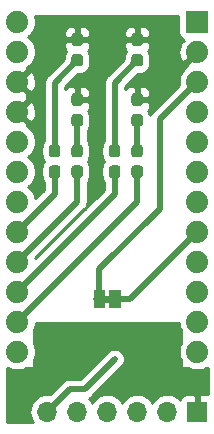
<source format=gtl>
G04 #@! TF.GenerationSoftware,KiCad,Pcbnew,(5.1.4)-1*
G04 #@! TF.CreationDate,2019-12-18T21:33:11+01:00*
G04 #@! TF.ProjectId,ser,7365722e-6b69-4636-9164-5f7063625858,rev?*
G04 #@! TF.SameCoordinates,Original*
G04 #@! TF.FileFunction,Copper,L1,Top*
G04 #@! TF.FilePolarity,Positive*
%FSLAX46Y46*%
G04 Gerber Fmt 4.6, Leading zero omitted, Abs format (unit mm)*
G04 Created by KiCad (PCBNEW (5.1.4)-1) date 2019-12-18 21:33:11*
%MOMM*%
%LPD*%
G04 APERTURE LIST*
%ADD10R,1.879600X1.879600*%
%ADD11C,1.879600*%
%ADD12C,1.000000*%
%ADD13C,0.100000*%
%ADD14R,1.000000X1.500000*%
%ADD15R,1.700000X1.700000*%
%ADD16O,1.700000X1.700000*%
%ADD17C,0.950000*%
%ADD18C,0.400000*%
%ADD19C,0.508000*%
%ADD20C,0.254000*%
G04 APERTURE END LIST*
D10*
X146583400Y-86360000D03*
D11*
X146583400Y-88900000D03*
X146583400Y-91440000D03*
X146583400Y-93980000D03*
X146583400Y-96520000D03*
X146583400Y-99060000D03*
X146583400Y-101600000D03*
X146583400Y-104140000D03*
X146583400Y-106680000D03*
X146583400Y-109220000D03*
X146583400Y-111760000D03*
X146583400Y-114300000D03*
X131343400Y-114300000D03*
X131343400Y-111760000D03*
X131343400Y-109220000D03*
X131343400Y-106680000D03*
X131343400Y-104140000D03*
X131343400Y-101600000D03*
X131343400Y-99060000D03*
X131343400Y-96520000D03*
X131343400Y-93980000D03*
X131343400Y-91440000D03*
X131343400Y-88900000D03*
X131343400Y-86360000D03*
D12*
X138313400Y-109855000D03*
D13*
G36*
X138813400Y-109555000D02*
G01*
X139213400Y-109555000D01*
X139213400Y-110155000D01*
X138813400Y-110155000D01*
X138813400Y-110605000D01*
X137813400Y-110605000D01*
X137813400Y-109105000D01*
X138813400Y-109105000D01*
X138813400Y-109555000D01*
X138813400Y-109555000D01*
G37*
D14*
X139613400Y-109855000D03*
D15*
X146583400Y-119380000D03*
D16*
X144043400Y-119380000D03*
X141503400Y-119380000D03*
X138963400Y-119380000D03*
X136423400Y-119380000D03*
X133883400Y-119380000D03*
D13*
G36*
X141764179Y-94178644D02*
G01*
X141787234Y-94182063D01*
X141809843Y-94187727D01*
X141831787Y-94195579D01*
X141852857Y-94205544D01*
X141872848Y-94217526D01*
X141891568Y-94231410D01*
X141908838Y-94247062D01*
X141924490Y-94264332D01*
X141938374Y-94283052D01*
X141950356Y-94303043D01*
X141960321Y-94324113D01*
X141968173Y-94346057D01*
X141973837Y-94368666D01*
X141977256Y-94391721D01*
X141978400Y-94415000D01*
X141978400Y-94990000D01*
X141977256Y-95013279D01*
X141973837Y-95036334D01*
X141968173Y-95058943D01*
X141960321Y-95080887D01*
X141950356Y-95101957D01*
X141938374Y-95121948D01*
X141924490Y-95140668D01*
X141908838Y-95157938D01*
X141891568Y-95173590D01*
X141872848Y-95187474D01*
X141852857Y-95199456D01*
X141831787Y-95209421D01*
X141809843Y-95217273D01*
X141787234Y-95222937D01*
X141764179Y-95226356D01*
X141740900Y-95227500D01*
X141265900Y-95227500D01*
X141242621Y-95226356D01*
X141219566Y-95222937D01*
X141196957Y-95217273D01*
X141175013Y-95209421D01*
X141153943Y-95199456D01*
X141133952Y-95187474D01*
X141115232Y-95173590D01*
X141097962Y-95157938D01*
X141082310Y-95140668D01*
X141068426Y-95121948D01*
X141056444Y-95101957D01*
X141046479Y-95080887D01*
X141038627Y-95058943D01*
X141032963Y-95036334D01*
X141029544Y-95013279D01*
X141028400Y-94990000D01*
X141028400Y-94415000D01*
X141029544Y-94391721D01*
X141032963Y-94368666D01*
X141038627Y-94346057D01*
X141046479Y-94324113D01*
X141056444Y-94303043D01*
X141068426Y-94283052D01*
X141082310Y-94264332D01*
X141097962Y-94247062D01*
X141115232Y-94231410D01*
X141133952Y-94217526D01*
X141153943Y-94205544D01*
X141175013Y-94195579D01*
X141196957Y-94187727D01*
X141219566Y-94182063D01*
X141242621Y-94178644D01*
X141265900Y-94177500D01*
X141740900Y-94177500D01*
X141764179Y-94178644D01*
X141764179Y-94178644D01*
G37*
D17*
X141503400Y-94702500D03*
D13*
G36*
X141764179Y-92428644D02*
G01*
X141787234Y-92432063D01*
X141809843Y-92437727D01*
X141831787Y-92445579D01*
X141852857Y-92455544D01*
X141872848Y-92467526D01*
X141891568Y-92481410D01*
X141908838Y-92497062D01*
X141924490Y-92514332D01*
X141938374Y-92533052D01*
X141950356Y-92553043D01*
X141960321Y-92574113D01*
X141968173Y-92596057D01*
X141973837Y-92618666D01*
X141977256Y-92641721D01*
X141978400Y-92665000D01*
X141978400Y-93240000D01*
X141977256Y-93263279D01*
X141973837Y-93286334D01*
X141968173Y-93308943D01*
X141960321Y-93330887D01*
X141950356Y-93351957D01*
X141938374Y-93371948D01*
X141924490Y-93390668D01*
X141908838Y-93407938D01*
X141891568Y-93423590D01*
X141872848Y-93437474D01*
X141852857Y-93449456D01*
X141831787Y-93459421D01*
X141809843Y-93467273D01*
X141787234Y-93472937D01*
X141764179Y-93476356D01*
X141740900Y-93477500D01*
X141265900Y-93477500D01*
X141242621Y-93476356D01*
X141219566Y-93472937D01*
X141196957Y-93467273D01*
X141175013Y-93459421D01*
X141153943Y-93449456D01*
X141133952Y-93437474D01*
X141115232Y-93423590D01*
X141097962Y-93407938D01*
X141082310Y-93390668D01*
X141068426Y-93371948D01*
X141056444Y-93351957D01*
X141046479Y-93330887D01*
X141038627Y-93308943D01*
X141032963Y-93286334D01*
X141029544Y-93263279D01*
X141028400Y-93240000D01*
X141028400Y-92665000D01*
X141029544Y-92641721D01*
X141032963Y-92618666D01*
X141038627Y-92596057D01*
X141046479Y-92574113D01*
X141056444Y-92553043D01*
X141068426Y-92533052D01*
X141082310Y-92514332D01*
X141097962Y-92497062D01*
X141115232Y-92481410D01*
X141133952Y-92467526D01*
X141153943Y-92455544D01*
X141175013Y-92445579D01*
X141196957Y-92437727D01*
X141219566Y-92432063D01*
X141242621Y-92428644D01*
X141265900Y-92427500D01*
X141740900Y-92427500D01*
X141764179Y-92428644D01*
X141764179Y-92428644D01*
G37*
D17*
X141503400Y-92952500D03*
D13*
G36*
X141764179Y-87348644D02*
G01*
X141787234Y-87352063D01*
X141809843Y-87357727D01*
X141831787Y-87365579D01*
X141852857Y-87375544D01*
X141872848Y-87387526D01*
X141891568Y-87401410D01*
X141908838Y-87417062D01*
X141924490Y-87434332D01*
X141938374Y-87453052D01*
X141950356Y-87473043D01*
X141960321Y-87494113D01*
X141968173Y-87516057D01*
X141973837Y-87538666D01*
X141977256Y-87561721D01*
X141978400Y-87585000D01*
X141978400Y-88160000D01*
X141977256Y-88183279D01*
X141973837Y-88206334D01*
X141968173Y-88228943D01*
X141960321Y-88250887D01*
X141950356Y-88271957D01*
X141938374Y-88291948D01*
X141924490Y-88310668D01*
X141908838Y-88327938D01*
X141891568Y-88343590D01*
X141872848Y-88357474D01*
X141852857Y-88369456D01*
X141831787Y-88379421D01*
X141809843Y-88387273D01*
X141787234Y-88392937D01*
X141764179Y-88396356D01*
X141740900Y-88397500D01*
X141265900Y-88397500D01*
X141242621Y-88396356D01*
X141219566Y-88392937D01*
X141196957Y-88387273D01*
X141175013Y-88379421D01*
X141153943Y-88369456D01*
X141133952Y-88357474D01*
X141115232Y-88343590D01*
X141097962Y-88327938D01*
X141082310Y-88310668D01*
X141068426Y-88291948D01*
X141056444Y-88271957D01*
X141046479Y-88250887D01*
X141038627Y-88228943D01*
X141032963Y-88206334D01*
X141029544Y-88183279D01*
X141028400Y-88160000D01*
X141028400Y-87585000D01*
X141029544Y-87561721D01*
X141032963Y-87538666D01*
X141038627Y-87516057D01*
X141046479Y-87494113D01*
X141056444Y-87473043D01*
X141068426Y-87453052D01*
X141082310Y-87434332D01*
X141097962Y-87417062D01*
X141115232Y-87401410D01*
X141133952Y-87387526D01*
X141153943Y-87375544D01*
X141175013Y-87365579D01*
X141196957Y-87357727D01*
X141219566Y-87352063D01*
X141242621Y-87348644D01*
X141265900Y-87347500D01*
X141740900Y-87347500D01*
X141764179Y-87348644D01*
X141764179Y-87348644D01*
G37*
D17*
X141503400Y-87872500D03*
D13*
G36*
X141764179Y-89098644D02*
G01*
X141787234Y-89102063D01*
X141809843Y-89107727D01*
X141831787Y-89115579D01*
X141852857Y-89125544D01*
X141872848Y-89137526D01*
X141891568Y-89151410D01*
X141908838Y-89167062D01*
X141924490Y-89184332D01*
X141938374Y-89203052D01*
X141950356Y-89223043D01*
X141960321Y-89244113D01*
X141968173Y-89266057D01*
X141973837Y-89288666D01*
X141977256Y-89311721D01*
X141978400Y-89335000D01*
X141978400Y-89910000D01*
X141977256Y-89933279D01*
X141973837Y-89956334D01*
X141968173Y-89978943D01*
X141960321Y-90000887D01*
X141950356Y-90021957D01*
X141938374Y-90041948D01*
X141924490Y-90060668D01*
X141908838Y-90077938D01*
X141891568Y-90093590D01*
X141872848Y-90107474D01*
X141852857Y-90119456D01*
X141831787Y-90129421D01*
X141809843Y-90137273D01*
X141787234Y-90142937D01*
X141764179Y-90146356D01*
X141740900Y-90147500D01*
X141265900Y-90147500D01*
X141242621Y-90146356D01*
X141219566Y-90142937D01*
X141196957Y-90137273D01*
X141175013Y-90129421D01*
X141153943Y-90119456D01*
X141133952Y-90107474D01*
X141115232Y-90093590D01*
X141097962Y-90077938D01*
X141082310Y-90060668D01*
X141068426Y-90041948D01*
X141056444Y-90021957D01*
X141046479Y-90000887D01*
X141038627Y-89978943D01*
X141032963Y-89956334D01*
X141029544Y-89933279D01*
X141028400Y-89910000D01*
X141028400Y-89335000D01*
X141029544Y-89311721D01*
X141032963Y-89288666D01*
X141038627Y-89266057D01*
X141046479Y-89244113D01*
X141056444Y-89223043D01*
X141068426Y-89203052D01*
X141082310Y-89184332D01*
X141097962Y-89167062D01*
X141115232Y-89151410D01*
X141133952Y-89137526D01*
X141153943Y-89125544D01*
X141175013Y-89115579D01*
X141196957Y-89107727D01*
X141219566Y-89102063D01*
X141242621Y-89098644D01*
X141265900Y-89097500D01*
X141740900Y-89097500D01*
X141764179Y-89098644D01*
X141764179Y-89098644D01*
G37*
D17*
X141503400Y-89622500D03*
D13*
G36*
X136684179Y-94178644D02*
G01*
X136707234Y-94182063D01*
X136729843Y-94187727D01*
X136751787Y-94195579D01*
X136772857Y-94205544D01*
X136792848Y-94217526D01*
X136811568Y-94231410D01*
X136828838Y-94247062D01*
X136844490Y-94264332D01*
X136858374Y-94283052D01*
X136870356Y-94303043D01*
X136880321Y-94324113D01*
X136888173Y-94346057D01*
X136893837Y-94368666D01*
X136897256Y-94391721D01*
X136898400Y-94415000D01*
X136898400Y-94990000D01*
X136897256Y-95013279D01*
X136893837Y-95036334D01*
X136888173Y-95058943D01*
X136880321Y-95080887D01*
X136870356Y-95101957D01*
X136858374Y-95121948D01*
X136844490Y-95140668D01*
X136828838Y-95157938D01*
X136811568Y-95173590D01*
X136792848Y-95187474D01*
X136772857Y-95199456D01*
X136751787Y-95209421D01*
X136729843Y-95217273D01*
X136707234Y-95222937D01*
X136684179Y-95226356D01*
X136660900Y-95227500D01*
X136185900Y-95227500D01*
X136162621Y-95226356D01*
X136139566Y-95222937D01*
X136116957Y-95217273D01*
X136095013Y-95209421D01*
X136073943Y-95199456D01*
X136053952Y-95187474D01*
X136035232Y-95173590D01*
X136017962Y-95157938D01*
X136002310Y-95140668D01*
X135988426Y-95121948D01*
X135976444Y-95101957D01*
X135966479Y-95080887D01*
X135958627Y-95058943D01*
X135952963Y-95036334D01*
X135949544Y-95013279D01*
X135948400Y-94990000D01*
X135948400Y-94415000D01*
X135949544Y-94391721D01*
X135952963Y-94368666D01*
X135958627Y-94346057D01*
X135966479Y-94324113D01*
X135976444Y-94303043D01*
X135988426Y-94283052D01*
X136002310Y-94264332D01*
X136017962Y-94247062D01*
X136035232Y-94231410D01*
X136053952Y-94217526D01*
X136073943Y-94205544D01*
X136095013Y-94195579D01*
X136116957Y-94187727D01*
X136139566Y-94182063D01*
X136162621Y-94178644D01*
X136185900Y-94177500D01*
X136660900Y-94177500D01*
X136684179Y-94178644D01*
X136684179Y-94178644D01*
G37*
D17*
X136423400Y-94702500D03*
D13*
G36*
X136684179Y-92428644D02*
G01*
X136707234Y-92432063D01*
X136729843Y-92437727D01*
X136751787Y-92445579D01*
X136772857Y-92455544D01*
X136792848Y-92467526D01*
X136811568Y-92481410D01*
X136828838Y-92497062D01*
X136844490Y-92514332D01*
X136858374Y-92533052D01*
X136870356Y-92553043D01*
X136880321Y-92574113D01*
X136888173Y-92596057D01*
X136893837Y-92618666D01*
X136897256Y-92641721D01*
X136898400Y-92665000D01*
X136898400Y-93240000D01*
X136897256Y-93263279D01*
X136893837Y-93286334D01*
X136888173Y-93308943D01*
X136880321Y-93330887D01*
X136870356Y-93351957D01*
X136858374Y-93371948D01*
X136844490Y-93390668D01*
X136828838Y-93407938D01*
X136811568Y-93423590D01*
X136792848Y-93437474D01*
X136772857Y-93449456D01*
X136751787Y-93459421D01*
X136729843Y-93467273D01*
X136707234Y-93472937D01*
X136684179Y-93476356D01*
X136660900Y-93477500D01*
X136185900Y-93477500D01*
X136162621Y-93476356D01*
X136139566Y-93472937D01*
X136116957Y-93467273D01*
X136095013Y-93459421D01*
X136073943Y-93449456D01*
X136053952Y-93437474D01*
X136035232Y-93423590D01*
X136017962Y-93407938D01*
X136002310Y-93390668D01*
X135988426Y-93371948D01*
X135976444Y-93351957D01*
X135966479Y-93330887D01*
X135958627Y-93308943D01*
X135952963Y-93286334D01*
X135949544Y-93263279D01*
X135948400Y-93240000D01*
X135948400Y-92665000D01*
X135949544Y-92641721D01*
X135952963Y-92618666D01*
X135958627Y-92596057D01*
X135966479Y-92574113D01*
X135976444Y-92553043D01*
X135988426Y-92533052D01*
X136002310Y-92514332D01*
X136017962Y-92497062D01*
X136035232Y-92481410D01*
X136053952Y-92467526D01*
X136073943Y-92455544D01*
X136095013Y-92445579D01*
X136116957Y-92437727D01*
X136139566Y-92432063D01*
X136162621Y-92428644D01*
X136185900Y-92427500D01*
X136660900Y-92427500D01*
X136684179Y-92428644D01*
X136684179Y-92428644D01*
G37*
D17*
X136423400Y-92952500D03*
D13*
G36*
X136684179Y-87348644D02*
G01*
X136707234Y-87352063D01*
X136729843Y-87357727D01*
X136751787Y-87365579D01*
X136772857Y-87375544D01*
X136792848Y-87387526D01*
X136811568Y-87401410D01*
X136828838Y-87417062D01*
X136844490Y-87434332D01*
X136858374Y-87453052D01*
X136870356Y-87473043D01*
X136880321Y-87494113D01*
X136888173Y-87516057D01*
X136893837Y-87538666D01*
X136897256Y-87561721D01*
X136898400Y-87585000D01*
X136898400Y-88160000D01*
X136897256Y-88183279D01*
X136893837Y-88206334D01*
X136888173Y-88228943D01*
X136880321Y-88250887D01*
X136870356Y-88271957D01*
X136858374Y-88291948D01*
X136844490Y-88310668D01*
X136828838Y-88327938D01*
X136811568Y-88343590D01*
X136792848Y-88357474D01*
X136772857Y-88369456D01*
X136751787Y-88379421D01*
X136729843Y-88387273D01*
X136707234Y-88392937D01*
X136684179Y-88396356D01*
X136660900Y-88397500D01*
X136185900Y-88397500D01*
X136162621Y-88396356D01*
X136139566Y-88392937D01*
X136116957Y-88387273D01*
X136095013Y-88379421D01*
X136073943Y-88369456D01*
X136053952Y-88357474D01*
X136035232Y-88343590D01*
X136017962Y-88327938D01*
X136002310Y-88310668D01*
X135988426Y-88291948D01*
X135976444Y-88271957D01*
X135966479Y-88250887D01*
X135958627Y-88228943D01*
X135952963Y-88206334D01*
X135949544Y-88183279D01*
X135948400Y-88160000D01*
X135948400Y-87585000D01*
X135949544Y-87561721D01*
X135952963Y-87538666D01*
X135958627Y-87516057D01*
X135966479Y-87494113D01*
X135976444Y-87473043D01*
X135988426Y-87453052D01*
X136002310Y-87434332D01*
X136017962Y-87417062D01*
X136035232Y-87401410D01*
X136053952Y-87387526D01*
X136073943Y-87375544D01*
X136095013Y-87365579D01*
X136116957Y-87357727D01*
X136139566Y-87352063D01*
X136162621Y-87348644D01*
X136185900Y-87347500D01*
X136660900Y-87347500D01*
X136684179Y-87348644D01*
X136684179Y-87348644D01*
G37*
D17*
X136423400Y-87872500D03*
D13*
G36*
X136684179Y-89098644D02*
G01*
X136707234Y-89102063D01*
X136729843Y-89107727D01*
X136751787Y-89115579D01*
X136772857Y-89125544D01*
X136792848Y-89137526D01*
X136811568Y-89151410D01*
X136828838Y-89167062D01*
X136844490Y-89184332D01*
X136858374Y-89203052D01*
X136870356Y-89223043D01*
X136880321Y-89244113D01*
X136888173Y-89266057D01*
X136893837Y-89288666D01*
X136897256Y-89311721D01*
X136898400Y-89335000D01*
X136898400Y-89910000D01*
X136897256Y-89933279D01*
X136893837Y-89956334D01*
X136888173Y-89978943D01*
X136880321Y-90000887D01*
X136870356Y-90021957D01*
X136858374Y-90041948D01*
X136844490Y-90060668D01*
X136828838Y-90077938D01*
X136811568Y-90093590D01*
X136792848Y-90107474D01*
X136772857Y-90119456D01*
X136751787Y-90129421D01*
X136729843Y-90137273D01*
X136707234Y-90142937D01*
X136684179Y-90146356D01*
X136660900Y-90147500D01*
X136185900Y-90147500D01*
X136162621Y-90146356D01*
X136139566Y-90142937D01*
X136116957Y-90137273D01*
X136095013Y-90129421D01*
X136073943Y-90119456D01*
X136053952Y-90107474D01*
X136035232Y-90093590D01*
X136017962Y-90077938D01*
X136002310Y-90060668D01*
X135988426Y-90041948D01*
X135976444Y-90021957D01*
X135966479Y-90000887D01*
X135958627Y-89978943D01*
X135952963Y-89956334D01*
X135949544Y-89933279D01*
X135948400Y-89910000D01*
X135948400Y-89335000D01*
X135949544Y-89311721D01*
X135952963Y-89288666D01*
X135958627Y-89266057D01*
X135966479Y-89244113D01*
X135976444Y-89223043D01*
X135988426Y-89203052D01*
X136002310Y-89184332D01*
X136017962Y-89167062D01*
X136035232Y-89151410D01*
X136053952Y-89137526D01*
X136073943Y-89125544D01*
X136095013Y-89115579D01*
X136116957Y-89107727D01*
X136139566Y-89102063D01*
X136162621Y-89098644D01*
X136185900Y-89097500D01*
X136660900Y-89097500D01*
X136684179Y-89098644D01*
X136684179Y-89098644D01*
G37*
D17*
X136423400Y-89622500D03*
D13*
G36*
X141764179Y-96786144D02*
G01*
X141787234Y-96789563D01*
X141809843Y-96795227D01*
X141831787Y-96803079D01*
X141852857Y-96813044D01*
X141872848Y-96825026D01*
X141891568Y-96838910D01*
X141908838Y-96854562D01*
X141924490Y-96871832D01*
X141938374Y-96890552D01*
X141950356Y-96910543D01*
X141960321Y-96931613D01*
X141968173Y-96953557D01*
X141973837Y-96976166D01*
X141977256Y-96999221D01*
X141978400Y-97022500D01*
X141978400Y-97597500D01*
X141977256Y-97620779D01*
X141973837Y-97643834D01*
X141968173Y-97666443D01*
X141960321Y-97688387D01*
X141950356Y-97709457D01*
X141938374Y-97729448D01*
X141924490Y-97748168D01*
X141908838Y-97765438D01*
X141891568Y-97781090D01*
X141872848Y-97794974D01*
X141852857Y-97806956D01*
X141831787Y-97816921D01*
X141809843Y-97824773D01*
X141787234Y-97830437D01*
X141764179Y-97833856D01*
X141740900Y-97835000D01*
X141265900Y-97835000D01*
X141242621Y-97833856D01*
X141219566Y-97830437D01*
X141196957Y-97824773D01*
X141175013Y-97816921D01*
X141153943Y-97806956D01*
X141133952Y-97794974D01*
X141115232Y-97781090D01*
X141097962Y-97765438D01*
X141082310Y-97748168D01*
X141068426Y-97729448D01*
X141056444Y-97709457D01*
X141046479Y-97688387D01*
X141038627Y-97666443D01*
X141032963Y-97643834D01*
X141029544Y-97620779D01*
X141028400Y-97597500D01*
X141028400Y-97022500D01*
X141029544Y-96999221D01*
X141032963Y-96976166D01*
X141038627Y-96953557D01*
X141046479Y-96931613D01*
X141056444Y-96910543D01*
X141068426Y-96890552D01*
X141082310Y-96871832D01*
X141097962Y-96854562D01*
X141115232Y-96838910D01*
X141133952Y-96825026D01*
X141153943Y-96813044D01*
X141175013Y-96803079D01*
X141196957Y-96795227D01*
X141219566Y-96789563D01*
X141242621Y-96786144D01*
X141265900Y-96785000D01*
X141740900Y-96785000D01*
X141764179Y-96786144D01*
X141764179Y-96786144D01*
G37*
D17*
X141503400Y-97310000D03*
D13*
G36*
X141764179Y-98536144D02*
G01*
X141787234Y-98539563D01*
X141809843Y-98545227D01*
X141831787Y-98553079D01*
X141852857Y-98563044D01*
X141872848Y-98575026D01*
X141891568Y-98588910D01*
X141908838Y-98604562D01*
X141924490Y-98621832D01*
X141938374Y-98640552D01*
X141950356Y-98660543D01*
X141960321Y-98681613D01*
X141968173Y-98703557D01*
X141973837Y-98726166D01*
X141977256Y-98749221D01*
X141978400Y-98772500D01*
X141978400Y-99347500D01*
X141977256Y-99370779D01*
X141973837Y-99393834D01*
X141968173Y-99416443D01*
X141960321Y-99438387D01*
X141950356Y-99459457D01*
X141938374Y-99479448D01*
X141924490Y-99498168D01*
X141908838Y-99515438D01*
X141891568Y-99531090D01*
X141872848Y-99544974D01*
X141852857Y-99556956D01*
X141831787Y-99566921D01*
X141809843Y-99574773D01*
X141787234Y-99580437D01*
X141764179Y-99583856D01*
X141740900Y-99585000D01*
X141265900Y-99585000D01*
X141242621Y-99583856D01*
X141219566Y-99580437D01*
X141196957Y-99574773D01*
X141175013Y-99566921D01*
X141153943Y-99556956D01*
X141133952Y-99544974D01*
X141115232Y-99531090D01*
X141097962Y-99515438D01*
X141082310Y-99498168D01*
X141068426Y-99479448D01*
X141056444Y-99459457D01*
X141046479Y-99438387D01*
X141038627Y-99416443D01*
X141032963Y-99393834D01*
X141029544Y-99370779D01*
X141028400Y-99347500D01*
X141028400Y-98772500D01*
X141029544Y-98749221D01*
X141032963Y-98726166D01*
X141038627Y-98703557D01*
X141046479Y-98681613D01*
X141056444Y-98660543D01*
X141068426Y-98640552D01*
X141082310Y-98621832D01*
X141097962Y-98604562D01*
X141115232Y-98588910D01*
X141133952Y-98575026D01*
X141153943Y-98563044D01*
X141175013Y-98553079D01*
X141196957Y-98545227D01*
X141219566Y-98539563D01*
X141242621Y-98536144D01*
X141265900Y-98535000D01*
X141740900Y-98535000D01*
X141764179Y-98536144D01*
X141764179Y-98536144D01*
G37*
D17*
X141503400Y-99060000D03*
D13*
G36*
X139859179Y-98536144D02*
G01*
X139882234Y-98539563D01*
X139904843Y-98545227D01*
X139926787Y-98553079D01*
X139947857Y-98563044D01*
X139967848Y-98575026D01*
X139986568Y-98588910D01*
X140003838Y-98604562D01*
X140019490Y-98621832D01*
X140033374Y-98640552D01*
X140045356Y-98660543D01*
X140055321Y-98681613D01*
X140063173Y-98703557D01*
X140068837Y-98726166D01*
X140072256Y-98749221D01*
X140073400Y-98772500D01*
X140073400Y-99347500D01*
X140072256Y-99370779D01*
X140068837Y-99393834D01*
X140063173Y-99416443D01*
X140055321Y-99438387D01*
X140045356Y-99459457D01*
X140033374Y-99479448D01*
X140019490Y-99498168D01*
X140003838Y-99515438D01*
X139986568Y-99531090D01*
X139967848Y-99544974D01*
X139947857Y-99556956D01*
X139926787Y-99566921D01*
X139904843Y-99574773D01*
X139882234Y-99580437D01*
X139859179Y-99583856D01*
X139835900Y-99585000D01*
X139360900Y-99585000D01*
X139337621Y-99583856D01*
X139314566Y-99580437D01*
X139291957Y-99574773D01*
X139270013Y-99566921D01*
X139248943Y-99556956D01*
X139228952Y-99544974D01*
X139210232Y-99531090D01*
X139192962Y-99515438D01*
X139177310Y-99498168D01*
X139163426Y-99479448D01*
X139151444Y-99459457D01*
X139141479Y-99438387D01*
X139133627Y-99416443D01*
X139127963Y-99393834D01*
X139124544Y-99370779D01*
X139123400Y-99347500D01*
X139123400Y-98772500D01*
X139124544Y-98749221D01*
X139127963Y-98726166D01*
X139133627Y-98703557D01*
X139141479Y-98681613D01*
X139151444Y-98660543D01*
X139163426Y-98640552D01*
X139177310Y-98621832D01*
X139192962Y-98604562D01*
X139210232Y-98588910D01*
X139228952Y-98575026D01*
X139248943Y-98563044D01*
X139270013Y-98553079D01*
X139291957Y-98545227D01*
X139314566Y-98539563D01*
X139337621Y-98536144D01*
X139360900Y-98535000D01*
X139835900Y-98535000D01*
X139859179Y-98536144D01*
X139859179Y-98536144D01*
G37*
D17*
X139598400Y-99060000D03*
D13*
G36*
X139859179Y-96786144D02*
G01*
X139882234Y-96789563D01*
X139904843Y-96795227D01*
X139926787Y-96803079D01*
X139947857Y-96813044D01*
X139967848Y-96825026D01*
X139986568Y-96838910D01*
X140003838Y-96854562D01*
X140019490Y-96871832D01*
X140033374Y-96890552D01*
X140045356Y-96910543D01*
X140055321Y-96931613D01*
X140063173Y-96953557D01*
X140068837Y-96976166D01*
X140072256Y-96999221D01*
X140073400Y-97022500D01*
X140073400Y-97597500D01*
X140072256Y-97620779D01*
X140068837Y-97643834D01*
X140063173Y-97666443D01*
X140055321Y-97688387D01*
X140045356Y-97709457D01*
X140033374Y-97729448D01*
X140019490Y-97748168D01*
X140003838Y-97765438D01*
X139986568Y-97781090D01*
X139967848Y-97794974D01*
X139947857Y-97806956D01*
X139926787Y-97816921D01*
X139904843Y-97824773D01*
X139882234Y-97830437D01*
X139859179Y-97833856D01*
X139835900Y-97835000D01*
X139360900Y-97835000D01*
X139337621Y-97833856D01*
X139314566Y-97830437D01*
X139291957Y-97824773D01*
X139270013Y-97816921D01*
X139248943Y-97806956D01*
X139228952Y-97794974D01*
X139210232Y-97781090D01*
X139192962Y-97765438D01*
X139177310Y-97748168D01*
X139163426Y-97729448D01*
X139151444Y-97709457D01*
X139141479Y-97688387D01*
X139133627Y-97666443D01*
X139127963Y-97643834D01*
X139124544Y-97620779D01*
X139123400Y-97597500D01*
X139123400Y-97022500D01*
X139124544Y-96999221D01*
X139127963Y-96976166D01*
X139133627Y-96953557D01*
X139141479Y-96931613D01*
X139151444Y-96910543D01*
X139163426Y-96890552D01*
X139177310Y-96871832D01*
X139192962Y-96854562D01*
X139210232Y-96838910D01*
X139228952Y-96825026D01*
X139248943Y-96813044D01*
X139270013Y-96803079D01*
X139291957Y-96795227D01*
X139314566Y-96789563D01*
X139337621Y-96786144D01*
X139360900Y-96785000D01*
X139835900Y-96785000D01*
X139859179Y-96786144D01*
X139859179Y-96786144D01*
G37*
D17*
X139598400Y-97310000D03*
D13*
G36*
X136684179Y-96786144D02*
G01*
X136707234Y-96789563D01*
X136729843Y-96795227D01*
X136751787Y-96803079D01*
X136772857Y-96813044D01*
X136792848Y-96825026D01*
X136811568Y-96838910D01*
X136828838Y-96854562D01*
X136844490Y-96871832D01*
X136858374Y-96890552D01*
X136870356Y-96910543D01*
X136880321Y-96931613D01*
X136888173Y-96953557D01*
X136893837Y-96976166D01*
X136897256Y-96999221D01*
X136898400Y-97022500D01*
X136898400Y-97597500D01*
X136897256Y-97620779D01*
X136893837Y-97643834D01*
X136888173Y-97666443D01*
X136880321Y-97688387D01*
X136870356Y-97709457D01*
X136858374Y-97729448D01*
X136844490Y-97748168D01*
X136828838Y-97765438D01*
X136811568Y-97781090D01*
X136792848Y-97794974D01*
X136772857Y-97806956D01*
X136751787Y-97816921D01*
X136729843Y-97824773D01*
X136707234Y-97830437D01*
X136684179Y-97833856D01*
X136660900Y-97835000D01*
X136185900Y-97835000D01*
X136162621Y-97833856D01*
X136139566Y-97830437D01*
X136116957Y-97824773D01*
X136095013Y-97816921D01*
X136073943Y-97806956D01*
X136053952Y-97794974D01*
X136035232Y-97781090D01*
X136017962Y-97765438D01*
X136002310Y-97748168D01*
X135988426Y-97729448D01*
X135976444Y-97709457D01*
X135966479Y-97688387D01*
X135958627Y-97666443D01*
X135952963Y-97643834D01*
X135949544Y-97620779D01*
X135948400Y-97597500D01*
X135948400Y-97022500D01*
X135949544Y-96999221D01*
X135952963Y-96976166D01*
X135958627Y-96953557D01*
X135966479Y-96931613D01*
X135976444Y-96910543D01*
X135988426Y-96890552D01*
X136002310Y-96871832D01*
X136017962Y-96854562D01*
X136035232Y-96838910D01*
X136053952Y-96825026D01*
X136073943Y-96813044D01*
X136095013Y-96803079D01*
X136116957Y-96795227D01*
X136139566Y-96789563D01*
X136162621Y-96786144D01*
X136185900Y-96785000D01*
X136660900Y-96785000D01*
X136684179Y-96786144D01*
X136684179Y-96786144D01*
G37*
D17*
X136423400Y-97310000D03*
D13*
G36*
X136684179Y-98536144D02*
G01*
X136707234Y-98539563D01*
X136729843Y-98545227D01*
X136751787Y-98553079D01*
X136772857Y-98563044D01*
X136792848Y-98575026D01*
X136811568Y-98588910D01*
X136828838Y-98604562D01*
X136844490Y-98621832D01*
X136858374Y-98640552D01*
X136870356Y-98660543D01*
X136880321Y-98681613D01*
X136888173Y-98703557D01*
X136893837Y-98726166D01*
X136897256Y-98749221D01*
X136898400Y-98772500D01*
X136898400Y-99347500D01*
X136897256Y-99370779D01*
X136893837Y-99393834D01*
X136888173Y-99416443D01*
X136880321Y-99438387D01*
X136870356Y-99459457D01*
X136858374Y-99479448D01*
X136844490Y-99498168D01*
X136828838Y-99515438D01*
X136811568Y-99531090D01*
X136792848Y-99544974D01*
X136772857Y-99556956D01*
X136751787Y-99566921D01*
X136729843Y-99574773D01*
X136707234Y-99580437D01*
X136684179Y-99583856D01*
X136660900Y-99585000D01*
X136185900Y-99585000D01*
X136162621Y-99583856D01*
X136139566Y-99580437D01*
X136116957Y-99574773D01*
X136095013Y-99566921D01*
X136073943Y-99556956D01*
X136053952Y-99544974D01*
X136035232Y-99531090D01*
X136017962Y-99515438D01*
X136002310Y-99498168D01*
X135988426Y-99479448D01*
X135976444Y-99459457D01*
X135966479Y-99438387D01*
X135958627Y-99416443D01*
X135952963Y-99393834D01*
X135949544Y-99370779D01*
X135948400Y-99347500D01*
X135948400Y-98772500D01*
X135949544Y-98749221D01*
X135952963Y-98726166D01*
X135958627Y-98703557D01*
X135966479Y-98681613D01*
X135976444Y-98660543D01*
X135988426Y-98640552D01*
X136002310Y-98621832D01*
X136017962Y-98604562D01*
X136035232Y-98588910D01*
X136053952Y-98575026D01*
X136073943Y-98563044D01*
X136095013Y-98553079D01*
X136116957Y-98545227D01*
X136139566Y-98539563D01*
X136162621Y-98536144D01*
X136185900Y-98535000D01*
X136660900Y-98535000D01*
X136684179Y-98536144D01*
X136684179Y-98536144D01*
G37*
D17*
X136423400Y-99060000D03*
D13*
G36*
X134779179Y-98536144D02*
G01*
X134802234Y-98539563D01*
X134824843Y-98545227D01*
X134846787Y-98553079D01*
X134867857Y-98563044D01*
X134887848Y-98575026D01*
X134906568Y-98588910D01*
X134923838Y-98604562D01*
X134939490Y-98621832D01*
X134953374Y-98640552D01*
X134965356Y-98660543D01*
X134975321Y-98681613D01*
X134983173Y-98703557D01*
X134988837Y-98726166D01*
X134992256Y-98749221D01*
X134993400Y-98772500D01*
X134993400Y-99347500D01*
X134992256Y-99370779D01*
X134988837Y-99393834D01*
X134983173Y-99416443D01*
X134975321Y-99438387D01*
X134965356Y-99459457D01*
X134953374Y-99479448D01*
X134939490Y-99498168D01*
X134923838Y-99515438D01*
X134906568Y-99531090D01*
X134887848Y-99544974D01*
X134867857Y-99556956D01*
X134846787Y-99566921D01*
X134824843Y-99574773D01*
X134802234Y-99580437D01*
X134779179Y-99583856D01*
X134755900Y-99585000D01*
X134280900Y-99585000D01*
X134257621Y-99583856D01*
X134234566Y-99580437D01*
X134211957Y-99574773D01*
X134190013Y-99566921D01*
X134168943Y-99556956D01*
X134148952Y-99544974D01*
X134130232Y-99531090D01*
X134112962Y-99515438D01*
X134097310Y-99498168D01*
X134083426Y-99479448D01*
X134071444Y-99459457D01*
X134061479Y-99438387D01*
X134053627Y-99416443D01*
X134047963Y-99393834D01*
X134044544Y-99370779D01*
X134043400Y-99347500D01*
X134043400Y-98772500D01*
X134044544Y-98749221D01*
X134047963Y-98726166D01*
X134053627Y-98703557D01*
X134061479Y-98681613D01*
X134071444Y-98660543D01*
X134083426Y-98640552D01*
X134097310Y-98621832D01*
X134112962Y-98604562D01*
X134130232Y-98588910D01*
X134148952Y-98575026D01*
X134168943Y-98563044D01*
X134190013Y-98553079D01*
X134211957Y-98545227D01*
X134234566Y-98539563D01*
X134257621Y-98536144D01*
X134280900Y-98535000D01*
X134755900Y-98535000D01*
X134779179Y-98536144D01*
X134779179Y-98536144D01*
G37*
D17*
X134518400Y-99060000D03*
D13*
G36*
X134779179Y-96786144D02*
G01*
X134802234Y-96789563D01*
X134824843Y-96795227D01*
X134846787Y-96803079D01*
X134867857Y-96813044D01*
X134887848Y-96825026D01*
X134906568Y-96838910D01*
X134923838Y-96854562D01*
X134939490Y-96871832D01*
X134953374Y-96890552D01*
X134965356Y-96910543D01*
X134975321Y-96931613D01*
X134983173Y-96953557D01*
X134988837Y-96976166D01*
X134992256Y-96999221D01*
X134993400Y-97022500D01*
X134993400Y-97597500D01*
X134992256Y-97620779D01*
X134988837Y-97643834D01*
X134983173Y-97666443D01*
X134975321Y-97688387D01*
X134965356Y-97709457D01*
X134953374Y-97729448D01*
X134939490Y-97748168D01*
X134923838Y-97765438D01*
X134906568Y-97781090D01*
X134887848Y-97794974D01*
X134867857Y-97806956D01*
X134846787Y-97816921D01*
X134824843Y-97824773D01*
X134802234Y-97830437D01*
X134779179Y-97833856D01*
X134755900Y-97835000D01*
X134280900Y-97835000D01*
X134257621Y-97833856D01*
X134234566Y-97830437D01*
X134211957Y-97824773D01*
X134190013Y-97816921D01*
X134168943Y-97806956D01*
X134148952Y-97794974D01*
X134130232Y-97781090D01*
X134112962Y-97765438D01*
X134097310Y-97748168D01*
X134083426Y-97729448D01*
X134071444Y-97709457D01*
X134061479Y-97688387D01*
X134053627Y-97666443D01*
X134047963Y-97643834D01*
X134044544Y-97620779D01*
X134043400Y-97597500D01*
X134043400Y-97022500D01*
X134044544Y-96999221D01*
X134047963Y-96976166D01*
X134053627Y-96953557D01*
X134061479Y-96931613D01*
X134071444Y-96910543D01*
X134083426Y-96890552D01*
X134097310Y-96871832D01*
X134112962Y-96854562D01*
X134130232Y-96838910D01*
X134148952Y-96825026D01*
X134168943Y-96813044D01*
X134190013Y-96803079D01*
X134211957Y-96795227D01*
X134234566Y-96789563D01*
X134257621Y-96786144D01*
X134280900Y-96785000D01*
X134755900Y-96785000D01*
X134779179Y-96786144D01*
X134779179Y-96786144D01*
G37*
D17*
X134518400Y-97310000D03*
D18*
X139598400Y-114935000D03*
D19*
X138313400Y-107330000D02*
X138313400Y-109855000D01*
X143408400Y-102235000D02*
X138313400Y-107330000D01*
X146583400Y-91440000D02*
X143408400Y-94615000D01*
X143408400Y-94615000D02*
X143408400Y-102235000D01*
X140868400Y-109855000D02*
X146583400Y-104140000D01*
X139613400Y-109855000D02*
X140868400Y-109855000D01*
X133883400Y-119380000D02*
X135788400Y-117475000D01*
X135788400Y-117475000D02*
X137058400Y-117475000D01*
X137058400Y-117475000D02*
X139598400Y-114935000D01*
X134518400Y-91527500D02*
X136423400Y-89622500D01*
X134518400Y-97310000D02*
X134518400Y-91527500D01*
X136423400Y-97310000D02*
X136423400Y-94702500D01*
X139598400Y-91527500D02*
X141503400Y-89622500D01*
X139598400Y-97310000D02*
X139598400Y-91527500D01*
X141503400Y-94702500D02*
X141503400Y-97310000D01*
X141503400Y-101600000D02*
X131343400Y-111760000D01*
X141503400Y-99060000D02*
X141503400Y-101600000D01*
X139598400Y-100965000D02*
X139598400Y-99060000D01*
X131343400Y-109220000D02*
X139598400Y-100965000D01*
X136423400Y-101600000D02*
X131343400Y-106680000D01*
X136423400Y-99060000D02*
X136423400Y-101600000D01*
X134518400Y-100965000D02*
X134518400Y-99060000D01*
X131343400Y-104140000D02*
X134518400Y-100965000D01*
D20*
G36*
X145005528Y-87299800D02*
G01*
X145017788Y-87424282D01*
X145054098Y-87543980D01*
X145113063Y-87654294D01*
X145192415Y-87750985D01*
X145289106Y-87830337D01*
X145385830Y-87882038D01*
X145490922Y-87987130D01*
X145232677Y-88075623D01*
X145097803Y-88354976D01*
X145020019Y-88655275D01*
X145002316Y-88964977D01*
X145045373Y-89272184D01*
X145147535Y-89565086D01*
X145232677Y-89724377D01*
X145490924Y-89812871D01*
X146403795Y-88900000D01*
X146389653Y-88885858D01*
X146569258Y-88706253D01*
X146583400Y-88720395D01*
X146597543Y-88706253D01*
X146777148Y-88885858D01*
X146763005Y-88900000D01*
X146777148Y-88914143D01*
X146597543Y-89093748D01*
X146583400Y-89079605D01*
X145670529Y-89992476D01*
X145716114Y-90125505D01*
X145579523Y-90216773D01*
X145360173Y-90436123D01*
X145187830Y-90694052D01*
X145069118Y-90980648D01*
X145008600Y-91284896D01*
X145008600Y-91595104D01*
X145035554Y-91730611D01*
X142810664Y-93955501D01*
X142776741Y-93983341D01*
X142665647Y-94118710D01*
X142599261Y-94242909D01*
X142549823Y-94079933D01*
X142468912Y-93928558D01*
X142449301Y-93904661D01*
X142508937Y-93831994D01*
X142567902Y-93721680D01*
X142604212Y-93601982D01*
X142616472Y-93477500D01*
X142613400Y-93238250D01*
X142454650Y-93079500D01*
X141630400Y-93079500D01*
X141630400Y-93099500D01*
X141376400Y-93099500D01*
X141376400Y-93079500D01*
X141356400Y-93079500D01*
X141356400Y-92825500D01*
X141376400Y-92825500D01*
X141376400Y-91951250D01*
X141630400Y-91951250D01*
X141630400Y-92825500D01*
X142454650Y-92825500D01*
X142613400Y-92666750D01*
X142616472Y-92427500D01*
X142604212Y-92303018D01*
X142567902Y-92183320D01*
X142508937Y-92073006D01*
X142429585Y-91976315D01*
X142332894Y-91896963D01*
X142222580Y-91837998D01*
X142102882Y-91801688D01*
X141978400Y-91789428D01*
X141789150Y-91792500D01*
X141630400Y-91951250D01*
X141376400Y-91951250D01*
X141217650Y-91792500D01*
X141028400Y-91789428D01*
X140903918Y-91801688D01*
X140784220Y-91837998D01*
X140673906Y-91896963D01*
X140577215Y-91976315D01*
X140497863Y-92073006D01*
X140487400Y-92092581D01*
X140487400Y-91895735D01*
X141597564Y-90785572D01*
X141740900Y-90785572D01*
X141911716Y-90768748D01*
X142075967Y-90718923D01*
X142227342Y-90638012D01*
X142360023Y-90529123D01*
X142468912Y-90396442D01*
X142549823Y-90245067D01*
X142599648Y-90080816D01*
X142616472Y-89910000D01*
X142616472Y-89335000D01*
X142599648Y-89164184D01*
X142549823Y-88999933D01*
X142468912Y-88848558D01*
X142449301Y-88824661D01*
X142508937Y-88751994D01*
X142567902Y-88641680D01*
X142604212Y-88521982D01*
X142616472Y-88397500D01*
X142613400Y-88158250D01*
X142454650Y-87999500D01*
X141630400Y-87999500D01*
X141630400Y-88019500D01*
X141376400Y-88019500D01*
X141376400Y-87999500D01*
X140552150Y-87999500D01*
X140393400Y-88158250D01*
X140390328Y-88397500D01*
X140402588Y-88521982D01*
X140438898Y-88641680D01*
X140497863Y-88751994D01*
X140557499Y-88824661D01*
X140537888Y-88848558D01*
X140456977Y-88999933D01*
X140407152Y-89164184D01*
X140390328Y-89335000D01*
X140390328Y-89478336D01*
X139000659Y-90868006D01*
X138966742Y-90895841D01*
X138938907Y-90929758D01*
X138938905Y-90929760D01*
X138855648Y-91031209D01*
X138773098Y-91185648D01*
X138722264Y-91353226D01*
X138705100Y-91527500D01*
X138709401Y-91571170D01*
X138709400Y-96442828D01*
X138632888Y-96536058D01*
X138551977Y-96687433D01*
X138502152Y-96851684D01*
X138485328Y-97022500D01*
X138485328Y-97597500D01*
X138502152Y-97768316D01*
X138551977Y-97932567D01*
X138632888Y-98083942D01*
X138715825Y-98185000D01*
X138632888Y-98286058D01*
X138551977Y-98437433D01*
X138502152Y-98601684D01*
X138485328Y-98772500D01*
X138485328Y-99347500D01*
X138502152Y-99518316D01*
X138551977Y-99682567D01*
X138632888Y-99833942D01*
X138709401Y-99927172D01*
X138709400Y-100596764D01*
X132895482Y-106410683D01*
X132891246Y-106389389D01*
X137021142Y-102259494D01*
X137055059Y-102231659D01*
X137166153Y-102096291D01*
X137248703Y-101941851D01*
X137299536Y-101774274D01*
X137312400Y-101643667D01*
X137312400Y-101643660D01*
X137316700Y-101600000D01*
X137312400Y-101556340D01*
X137312400Y-99927172D01*
X137388912Y-99833942D01*
X137469823Y-99682567D01*
X137519648Y-99518316D01*
X137536472Y-99347500D01*
X137536472Y-98772500D01*
X137519648Y-98601684D01*
X137469823Y-98437433D01*
X137388912Y-98286058D01*
X137305975Y-98185000D01*
X137388912Y-98083942D01*
X137469823Y-97932567D01*
X137519648Y-97768316D01*
X137536472Y-97597500D01*
X137536472Y-97022500D01*
X137519648Y-96851684D01*
X137469823Y-96687433D01*
X137388912Y-96536058D01*
X137312400Y-96442828D01*
X137312400Y-95569672D01*
X137388912Y-95476442D01*
X137469823Y-95325067D01*
X137519648Y-95160816D01*
X137536472Y-94990000D01*
X137536472Y-94415000D01*
X137519648Y-94244184D01*
X137469823Y-94079933D01*
X137388912Y-93928558D01*
X137369301Y-93904661D01*
X137428937Y-93831994D01*
X137487902Y-93721680D01*
X137524212Y-93601982D01*
X137536472Y-93477500D01*
X137533400Y-93238250D01*
X137374650Y-93079500D01*
X136550400Y-93079500D01*
X136550400Y-93099500D01*
X136296400Y-93099500D01*
X136296400Y-93079500D01*
X136276400Y-93079500D01*
X136276400Y-92825500D01*
X136296400Y-92825500D01*
X136296400Y-91951250D01*
X136550400Y-91951250D01*
X136550400Y-92825500D01*
X137374650Y-92825500D01*
X137533400Y-92666750D01*
X137536472Y-92427500D01*
X137524212Y-92303018D01*
X137487902Y-92183320D01*
X137428937Y-92073006D01*
X137349585Y-91976315D01*
X137252894Y-91896963D01*
X137142580Y-91837998D01*
X137022882Y-91801688D01*
X136898400Y-91789428D01*
X136709150Y-91792500D01*
X136550400Y-91951250D01*
X136296400Y-91951250D01*
X136137650Y-91792500D01*
X135948400Y-91789428D01*
X135823918Y-91801688D01*
X135704220Y-91837998D01*
X135593906Y-91896963D01*
X135497215Y-91976315D01*
X135417863Y-92073006D01*
X135407400Y-92092581D01*
X135407400Y-91895735D01*
X136517564Y-90785572D01*
X136660900Y-90785572D01*
X136831716Y-90768748D01*
X136995967Y-90718923D01*
X137147342Y-90638012D01*
X137280023Y-90529123D01*
X137388912Y-90396442D01*
X137469823Y-90245067D01*
X137519648Y-90080816D01*
X137536472Y-89910000D01*
X137536472Y-89335000D01*
X137519648Y-89164184D01*
X137469823Y-88999933D01*
X137388912Y-88848558D01*
X137369301Y-88824661D01*
X137428937Y-88751994D01*
X137487902Y-88641680D01*
X137524212Y-88521982D01*
X137536472Y-88397500D01*
X137533400Y-88158250D01*
X137374650Y-87999500D01*
X136550400Y-87999500D01*
X136550400Y-88019500D01*
X136296400Y-88019500D01*
X136296400Y-87999500D01*
X135472150Y-87999500D01*
X135313400Y-88158250D01*
X135310328Y-88397500D01*
X135322588Y-88521982D01*
X135358898Y-88641680D01*
X135417863Y-88751994D01*
X135477499Y-88824661D01*
X135457888Y-88848558D01*
X135376977Y-88999933D01*
X135327152Y-89164184D01*
X135310328Y-89335000D01*
X135310328Y-89478336D01*
X133920659Y-90868006D01*
X133886742Y-90895841D01*
X133858907Y-90929758D01*
X133858905Y-90929760D01*
X133775648Y-91031209D01*
X133693098Y-91185648D01*
X133642264Y-91353226D01*
X133625100Y-91527500D01*
X133629401Y-91571170D01*
X133629400Y-96442828D01*
X133552888Y-96536058D01*
X133471977Y-96687433D01*
X133422152Y-96851684D01*
X133405328Y-97022500D01*
X133405328Y-97597500D01*
X133422152Y-97768316D01*
X133471977Y-97932567D01*
X133552888Y-98083942D01*
X133635825Y-98185000D01*
X133552888Y-98286058D01*
X133471977Y-98437433D01*
X133422152Y-98601684D01*
X133405328Y-98772500D01*
X133405328Y-99347500D01*
X133422152Y-99518316D01*
X133471977Y-99682567D01*
X133552888Y-99833942D01*
X133629401Y-99927172D01*
X133629400Y-100596764D01*
X132895482Y-101330683D01*
X132857682Y-101140648D01*
X132738970Y-100854052D01*
X132566627Y-100596123D01*
X132347277Y-100376773D01*
X132277276Y-100330000D01*
X132347277Y-100283227D01*
X132566627Y-100063877D01*
X132738970Y-99805948D01*
X132857682Y-99519352D01*
X132918200Y-99215104D01*
X132918200Y-98904896D01*
X132857682Y-98600648D01*
X132738970Y-98314052D01*
X132566627Y-98056123D01*
X132347277Y-97836773D01*
X132277276Y-97790000D01*
X132347277Y-97743227D01*
X132566627Y-97523877D01*
X132738970Y-97265948D01*
X132857682Y-96979352D01*
X132918200Y-96675104D01*
X132918200Y-96364896D01*
X132857682Y-96060648D01*
X132738970Y-95774052D01*
X132566627Y-95516123D01*
X132347277Y-95296773D01*
X132210686Y-95205505D01*
X132256271Y-95072476D01*
X131470400Y-94286605D01*
X131470400Y-93980000D01*
X131523005Y-93980000D01*
X132435876Y-94892871D01*
X132694123Y-94804377D01*
X132828997Y-94525024D01*
X132906781Y-94224725D01*
X132924484Y-93915023D01*
X132881427Y-93607816D01*
X132779265Y-93314914D01*
X132694123Y-93155623D01*
X132435876Y-93067129D01*
X131523005Y-93980000D01*
X131470400Y-93980000D01*
X131470400Y-93673395D01*
X132256271Y-92887524D01*
X132195439Y-92710000D01*
X132256271Y-92532476D01*
X131470400Y-91746605D01*
X131470400Y-91440000D01*
X131523005Y-91440000D01*
X132435876Y-92352871D01*
X132694123Y-92264377D01*
X132828997Y-91985024D01*
X132906781Y-91684725D01*
X132924484Y-91375023D01*
X132881427Y-91067816D01*
X132779265Y-90774914D01*
X132694123Y-90615623D01*
X132435876Y-90527129D01*
X131523005Y-91440000D01*
X131470400Y-91440000D01*
X131470400Y-91133395D01*
X132256271Y-90347524D01*
X132210686Y-90214495D01*
X132347277Y-90123227D01*
X132566627Y-89903877D01*
X132738970Y-89645948D01*
X132857682Y-89359352D01*
X132918200Y-89055104D01*
X132918200Y-88744896D01*
X132857682Y-88440648D01*
X132738970Y-88154052D01*
X132566627Y-87896123D01*
X132347277Y-87676773D01*
X132277276Y-87630000D01*
X132347277Y-87583227D01*
X132566627Y-87363877D01*
X132577569Y-87347500D01*
X135310328Y-87347500D01*
X135313400Y-87586750D01*
X135472150Y-87745500D01*
X136296400Y-87745500D01*
X136296400Y-86871250D01*
X136550400Y-86871250D01*
X136550400Y-87745500D01*
X137374650Y-87745500D01*
X137533400Y-87586750D01*
X137536472Y-87347500D01*
X140390328Y-87347500D01*
X140393400Y-87586750D01*
X140552150Y-87745500D01*
X141376400Y-87745500D01*
X141376400Y-86871250D01*
X141630400Y-86871250D01*
X141630400Y-87745500D01*
X142454650Y-87745500D01*
X142613400Y-87586750D01*
X142616472Y-87347500D01*
X142604212Y-87223018D01*
X142567902Y-87103320D01*
X142508937Y-86993006D01*
X142429585Y-86896315D01*
X142332894Y-86816963D01*
X142222580Y-86757998D01*
X142102882Y-86721688D01*
X141978400Y-86709428D01*
X141789150Y-86712500D01*
X141630400Y-86871250D01*
X141376400Y-86871250D01*
X141217650Y-86712500D01*
X141028400Y-86709428D01*
X140903918Y-86721688D01*
X140784220Y-86757998D01*
X140673906Y-86816963D01*
X140577215Y-86896315D01*
X140497863Y-86993006D01*
X140438898Y-87103320D01*
X140402588Y-87223018D01*
X140390328Y-87347500D01*
X137536472Y-87347500D01*
X137524212Y-87223018D01*
X137487902Y-87103320D01*
X137428937Y-86993006D01*
X137349585Y-86896315D01*
X137252894Y-86816963D01*
X137142580Y-86757998D01*
X137022882Y-86721688D01*
X136898400Y-86709428D01*
X136709150Y-86712500D01*
X136550400Y-86871250D01*
X136296400Y-86871250D01*
X136137650Y-86712500D01*
X135948400Y-86709428D01*
X135823918Y-86721688D01*
X135704220Y-86757998D01*
X135593906Y-86816963D01*
X135497215Y-86896315D01*
X135417863Y-86993006D01*
X135358898Y-87103320D01*
X135322588Y-87223018D01*
X135310328Y-87347500D01*
X132577569Y-87347500D01*
X132738970Y-87105948D01*
X132857682Y-86819352D01*
X132918200Y-86515104D01*
X132918200Y-86204896D01*
X132857682Y-85900648D01*
X132837531Y-85852000D01*
X145005528Y-85852000D01*
X145005528Y-87299800D01*
X145005528Y-87299800D01*
G37*
X145005528Y-87299800D02*
X145017788Y-87424282D01*
X145054098Y-87543980D01*
X145113063Y-87654294D01*
X145192415Y-87750985D01*
X145289106Y-87830337D01*
X145385830Y-87882038D01*
X145490922Y-87987130D01*
X145232677Y-88075623D01*
X145097803Y-88354976D01*
X145020019Y-88655275D01*
X145002316Y-88964977D01*
X145045373Y-89272184D01*
X145147535Y-89565086D01*
X145232677Y-89724377D01*
X145490924Y-89812871D01*
X146403795Y-88900000D01*
X146389653Y-88885858D01*
X146569258Y-88706253D01*
X146583400Y-88720395D01*
X146597543Y-88706253D01*
X146777148Y-88885858D01*
X146763005Y-88900000D01*
X146777148Y-88914143D01*
X146597543Y-89093748D01*
X146583400Y-89079605D01*
X145670529Y-89992476D01*
X145716114Y-90125505D01*
X145579523Y-90216773D01*
X145360173Y-90436123D01*
X145187830Y-90694052D01*
X145069118Y-90980648D01*
X145008600Y-91284896D01*
X145008600Y-91595104D01*
X145035554Y-91730611D01*
X142810664Y-93955501D01*
X142776741Y-93983341D01*
X142665647Y-94118710D01*
X142599261Y-94242909D01*
X142549823Y-94079933D01*
X142468912Y-93928558D01*
X142449301Y-93904661D01*
X142508937Y-93831994D01*
X142567902Y-93721680D01*
X142604212Y-93601982D01*
X142616472Y-93477500D01*
X142613400Y-93238250D01*
X142454650Y-93079500D01*
X141630400Y-93079500D01*
X141630400Y-93099500D01*
X141376400Y-93099500D01*
X141376400Y-93079500D01*
X141356400Y-93079500D01*
X141356400Y-92825500D01*
X141376400Y-92825500D01*
X141376400Y-91951250D01*
X141630400Y-91951250D01*
X141630400Y-92825500D01*
X142454650Y-92825500D01*
X142613400Y-92666750D01*
X142616472Y-92427500D01*
X142604212Y-92303018D01*
X142567902Y-92183320D01*
X142508937Y-92073006D01*
X142429585Y-91976315D01*
X142332894Y-91896963D01*
X142222580Y-91837998D01*
X142102882Y-91801688D01*
X141978400Y-91789428D01*
X141789150Y-91792500D01*
X141630400Y-91951250D01*
X141376400Y-91951250D01*
X141217650Y-91792500D01*
X141028400Y-91789428D01*
X140903918Y-91801688D01*
X140784220Y-91837998D01*
X140673906Y-91896963D01*
X140577215Y-91976315D01*
X140497863Y-92073006D01*
X140487400Y-92092581D01*
X140487400Y-91895735D01*
X141597564Y-90785572D01*
X141740900Y-90785572D01*
X141911716Y-90768748D01*
X142075967Y-90718923D01*
X142227342Y-90638012D01*
X142360023Y-90529123D01*
X142468912Y-90396442D01*
X142549823Y-90245067D01*
X142599648Y-90080816D01*
X142616472Y-89910000D01*
X142616472Y-89335000D01*
X142599648Y-89164184D01*
X142549823Y-88999933D01*
X142468912Y-88848558D01*
X142449301Y-88824661D01*
X142508937Y-88751994D01*
X142567902Y-88641680D01*
X142604212Y-88521982D01*
X142616472Y-88397500D01*
X142613400Y-88158250D01*
X142454650Y-87999500D01*
X141630400Y-87999500D01*
X141630400Y-88019500D01*
X141376400Y-88019500D01*
X141376400Y-87999500D01*
X140552150Y-87999500D01*
X140393400Y-88158250D01*
X140390328Y-88397500D01*
X140402588Y-88521982D01*
X140438898Y-88641680D01*
X140497863Y-88751994D01*
X140557499Y-88824661D01*
X140537888Y-88848558D01*
X140456977Y-88999933D01*
X140407152Y-89164184D01*
X140390328Y-89335000D01*
X140390328Y-89478336D01*
X139000659Y-90868006D01*
X138966742Y-90895841D01*
X138938907Y-90929758D01*
X138938905Y-90929760D01*
X138855648Y-91031209D01*
X138773098Y-91185648D01*
X138722264Y-91353226D01*
X138705100Y-91527500D01*
X138709401Y-91571170D01*
X138709400Y-96442828D01*
X138632888Y-96536058D01*
X138551977Y-96687433D01*
X138502152Y-96851684D01*
X138485328Y-97022500D01*
X138485328Y-97597500D01*
X138502152Y-97768316D01*
X138551977Y-97932567D01*
X138632888Y-98083942D01*
X138715825Y-98185000D01*
X138632888Y-98286058D01*
X138551977Y-98437433D01*
X138502152Y-98601684D01*
X138485328Y-98772500D01*
X138485328Y-99347500D01*
X138502152Y-99518316D01*
X138551977Y-99682567D01*
X138632888Y-99833942D01*
X138709401Y-99927172D01*
X138709400Y-100596764D01*
X132895482Y-106410683D01*
X132891246Y-106389389D01*
X137021142Y-102259494D01*
X137055059Y-102231659D01*
X137166153Y-102096291D01*
X137248703Y-101941851D01*
X137299536Y-101774274D01*
X137312400Y-101643667D01*
X137312400Y-101643660D01*
X137316700Y-101600000D01*
X137312400Y-101556340D01*
X137312400Y-99927172D01*
X137388912Y-99833942D01*
X137469823Y-99682567D01*
X137519648Y-99518316D01*
X137536472Y-99347500D01*
X137536472Y-98772500D01*
X137519648Y-98601684D01*
X137469823Y-98437433D01*
X137388912Y-98286058D01*
X137305975Y-98185000D01*
X137388912Y-98083942D01*
X137469823Y-97932567D01*
X137519648Y-97768316D01*
X137536472Y-97597500D01*
X137536472Y-97022500D01*
X137519648Y-96851684D01*
X137469823Y-96687433D01*
X137388912Y-96536058D01*
X137312400Y-96442828D01*
X137312400Y-95569672D01*
X137388912Y-95476442D01*
X137469823Y-95325067D01*
X137519648Y-95160816D01*
X137536472Y-94990000D01*
X137536472Y-94415000D01*
X137519648Y-94244184D01*
X137469823Y-94079933D01*
X137388912Y-93928558D01*
X137369301Y-93904661D01*
X137428937Y-93831994D01*
X137487902Y-93721680D01*
X137524212Y-93601982D01*
X137536472Y-93477500D01*
X137533400Y-93238250D01*
X137374650Y-93079500D01*
X136550400Y-93079500D01*
X136550400Y-93099500D01*
X136296400Y-93099500D01*
X136296400Y-93079500D01*
X136276400Y-93079500D01*
X136276400Y-92825500D01*
X136296400Y-92825500D01*
X136296400Y-91951250D01*
X136550400Y-91951250D01*
X136550400Y-92825500D01*
X137374650Y-92825500D01*
X137533400Y-92666750D01*
X137536472Y-92427500D01*
X137524212Y-92303018D01*
X137487902Y-92183320D01*
X137428937Y-92073006D01*
X137349585Y-91976315D01*
X137252894Y-91896963D01*
X137142580Y-91837998D01*
X137022882Y-91801688D01*
X136898400Y-91789428D01*
X136709150Y-91792500D01*
X136550400Y-91951250D01*
X136296400Y-91951250D01*
X136137650Y-91792500D01*
X135948400Y-91789428D01*
X135823918Y-91801688D01*
X135704220Y-91837998D01*
X135593906Y-91896963D01*
X135497215Y-91976315D01*
X135417863Y-92073006D01*
X135407400Y-92092581D01*
X135407400Y-91895735D01*
X136517564Y-90785572D01*
X136660900Y-90785572D01*
X136831716Y-90768748D01*
X136995967Y-90718923D01*
X137147342Y-90638012D01*
X137280023Y-90529123D01*
X137388912Y-90396442D01*
X137469823Y-90245067D01*
X137519648Y-90080816D01*
X137536472Y-89910000D01*
X137536472Y-89335000D01*
X137519648Y-89164184D01*
X137469823Y-88999933D01*
X137388912Y-88848558D01*
X137369301Y-88824661D01*
X137428937Y-88751994D01*
X137487902Y-88641680D01*
X137524212Y-88521982D01*
X137536472Y-88397500D01*
X137533400Y-88158250D01*
X137374650Y-87999500D01*
X136550400Y-87999500D01*
X136550400Y-88019500D01*
X136296400Y-88019500D01*
X136296400Y-87999500D01*
X135472150Y-87999500D01*
X135313400Y-88158250D01*
X135310328Y-88397500D01*
X135322588Y-88521982D01*
X135358898Y-88641680D01*
X135417863Y-88751994D01*
X135477499Y-88824661D01*
X135457888Y-88848558D01*
X135376977Y-88999933D01*
X135327152Y-89164184D01*
X135310328Y-89335000D01*
X135310328Y-89478336D01*
X133920659Y-90868006D01*
X133886742Y-90895841D01*
X133858907Y-90929758D01*
X133858905Y-90929760D01*
X133775648Y-91031209D01*
X133693098Y-91185648D01*
X133642264Y-91353226D01*
X133625100Y-91527500D01*
X133629401Y-91571170D01*
X133629400Y-96442828D01*
X133552888Y-96536058D01*
X133471977Y-96687433D01*
X133422152Y-96851684D01*
X133405328Y-97022500D01*
X133405328Y-97597500D01*
X133422152Y-97768316D01*
X133471977Y-97932567D01*
X133552888Y-98083942D01*
X133635825Y-98185000D01*
X133552888Y-98286058D01*
X133471977Y-98437433D01*
X133422152Y-98601684D01*
X133405328Y-98772500D01*
X133405328Y-99347500D01*
X133422152Y-99518316D01*
X133471977Y-99682567D01*
X133552888Y-99833942D01*
X133629401Y-99927172D01*
X133629400Y-100596764D01*
X132895482Y-101330683D01*
X132857682Y-101140648D01*
X132738970Y-100854052D01*
X132566627Y-100596123D01*
X132347277Y-100376773D01*
X132277276Y-100330000D01*
X132347277Y-100283227D01*
X132566627Y-100063877D01*
X132738970Y-99805948D01*
X132857682Y-99519352D01*
X132918200Y-99215104D01*
X132918200Y-98904896D01*
X132857682Y-98600648D01*
X132738970Y-98314052D01*
X132566627Y-98056123D01*
X132347277Y-97836773D01*
X132277276Y-97790000D01*
X132347277Y-97743227D01*
X132566627Y-97523877D01*
X132738970Y-97265948D01*
X132857682Y-96979352D01*
X132918200Y-96675104D01*
X132918200Y-96364896D01*
X132857682Y-96060648D01*
X132738970Y-95774052D01*
X132566627Y-95516123D01*
X132347277Y-95296773D01*
X132210686Y-95205505D01*
X132256271Y-95072476D01*
X131470400Y-94286605D01*
X131470400Y-93980000D01*
X131523005Y-93980000D01*
X132435876Y-94892871D01*
X132694123Y-94804377D01*
X132828997Y-94525024D01*
X132906781Y-94224725D01*
X132924484Y-93915023D01*
X132881427Y-93607816D01*
X132779265Y-93314914D01*
X132694123Y-93155623D01*
X132435876Y-93067129D01*
X131523005Y-93980000D01*
X131470400Y-93980000D01*
X131470400Y-93673395D01*
X132256271Y-92887524D01*
X132195439Y-92710000D01*
X132256271Y-92532476D01*
X131470400Y-91746605D01*
X131470400Y-91440000D01*
X131523005Y-91440000D01*
X132435876Y-92352871D01*
X132694123Y-92264377D01*
X132828997Y-91985024D01*
X132906781Y-91684725D01*
X132924484Y-91375023D01*
X132881427Y-91067816D01*
X132779265Y-90774914D01*
X132694123Y-90615623D01*
X132435876Y-90527129D01*
X131523005Y-91440000D01*
X131470400Y-91440000D01*
X131470400Y-91133395D01*
X132256271Y-90347524D01*
X132210686Y-90214495D01*
X132347277Y-90123227D01*
X132566627Y-89903877D01*
X132738970Y-89645948D01*
X132857682Y-89359352D01*
X132918200Y-89055104D01*
X132918200Y-88744896D01*
X132857682Y-88440648D01*
X132738970Y-88154052D01*
X132566627Y-87896123D01*
X132347277Y-87676773D01*
X132277276Y-87630000D01*
X132347277Y-87583227D01*
X132566627Y-87363877D01*
X132577569Y-87347500D01*
X135310328Y-87347500D01*
X135313400Y-87586750D01*
X135472150Y-87745500D01*
X136296400Y-87745500D01*
X136296400Y-86871250D01*
X136550400Y-86871250D01*
X136550400Y-87745500D01*
X137374650Y-87745500D01*
X137533400Y-87586750D01*
X137536472Y-87347500D01*
X140390328Y-87347500D01*
X140393400Y-87586750D01*
X140552150Y-87745500D01*
X141376400Y-87745500D01*
X141376400Y-86871250D01*
X141630400Y-86871250D01*
X141630400Y-87745500D01*
X142454650Y-87745500D01*
X142613400Y-87586750D01*
X142616472Y-87347500D01*
X142604212Y-87223018D01*
X142567902Y-87103320D01*
X142508937Y-86993006D01*
X142429585Y-86896315D01*
X142332894Y-86816963D01*
X142222580Y-86757998D01*
X142102882Y-86721688D01*
X141978400Y-86709428D01*
X141789150Y-86712500D01*
X141630400Y-86871250D01*
X141376400Y-86871250D01*
X141217650Y-86712500D01*
X141028400Y-86709428D01*
X140903918Y-86721688D01*
X140784220Y-86757998D01*
X140673906Y-86816963D01*
X140577215Y-86896315D01*
X140497863Y-86993006D01*
X140438898Y-87103320D01*
X140402588Y-87223018D01*
X140390328Y-87347500D01*
X137536472Y-87347500D01*
X137524212Y-87223018D01*
X137487902Y-87103320D01*
X137428937Y-86993006D01*
X137349585Y-86896315D01*
X137252894Y-86816963D01*
X137142580Y-86757998D01*
X137022882Y-86721688D01*
X136898400Y-86709428D01*
X136709150Y-86712500D01*
X136550400Y-86871250D01*
X136296400Y-86871250D01*
X136137650Y-86712500D01*
X135948400Y-86709428D01*
X135823918Y-86721688D01*
X135704220Y-86757998D01*
X135593906Y-86816963D01*
X135497215Y-86896315D01*
X135417863Y-86993006D01*
X135358898Y-87103320D01*
X135322588Y-87223018D01*
X135310328Y-87347500D01*
X132577569Y-87347500D01*
X132738970Y-87105948D01*
X132857682Y-86819352D01*
X132918200Y-86515104D01*
X132918200Y-86204896D01*
X132857682Y-85900648D01*
X132837531Y-85852000D01*
X145005528Y-85852000D01*
X145005528Y-87299800D01*
G36*
X145008600Y-111915104D02*
G01*
X145069118Y-112219352D01*
X145186400Y-112502496D01*
X145186400Y-113557504D01*
X145069118Y-113840648D01*
X145008600Y-114144896D01*
X145008600Y-114455104D01*
X145069118Y-114759352D01*
X145186400Y-115042496D01*
X145186400Y-115570000D01*
X145188840Y-115594776D01*
X145196067Y-115618601D01*
X145207803Y-115640557D01*
X145223597Y-115659803D01*
X145242843Y-115675597D01*
X145264799Y-115687333D01*
X145288624Y-115694560D01*
X145313400Y-115697000D01*
X145840904Y-115697000D01*
X146124048Y-115814282D01*
X146428296Y-115874800D01*
X146738504Y-115874800D01*
X147042752Y-115814282D01*
X147325896Y-115697000D01*
X147471900Y-115697000D01*
X147471900Y-117895720D01*
X147433400Y-117891928D01*
X146869150Y-117895000D01*
X146710400Y-118053750D01*
X146710400Y-119253000D01*
X146730400Y-119253000D01*
X146730400Y-119507000D01*
X146710400Y-119507000D01*
X146710400Y-119527000D01*
X146456400Y-119527000D01*
X146456400Y-119507000D01*
X146436400Y-119507000D01*
X146436400Y-119253000D01*
X146456400Y-119253000D01*
X146456400Y-118053750D01*
X146297650Y-117895000D01*
X145733400Y-117891928D01*
X145608918Y-117904188D01*
X145489220Y-117940498D01*
X145378906Y-117999463D01*
X145282215Y-118078815D01*
X145202863Y-118175506D01*
X145143898Y-118285820D01*
X145123007Y-118354687D01*
X145098534Y-118324866D01*
X144872414Y-118139294D01*
X144614434Y-118001401D01*
X144334511Y-117916487D01*
X144116350Y-117895000D01*
X143970450Y-117895000D01*
X143752289Y-117916487D01*
X143472366Y-118001401D01*
X143214386Y-118139294D01*
X142988266Y-118324866D01*
X142802694Y-118550986D01*
X142773400Y-118605791D01*
X142744106Y-118550986D01*
X142558534Y-118324866D01*
X142332414Y-118139294D01*
X142074434Y-118001401D01*
X141794511Y-117916487D01*
X141576350Y-117895000D01*
X141430450Y-117895000D01*
X141212289Y-117916487D01*
X140932366Y-118001401D01*
X140674386Y-118139294D01*
X140448266Y-118324866D01*
X140262694Y-118550986D01*
X140233400Y-118605791D01*
X140204106Y-118550986D01*
X140018534Y-118324866D01*
X139792414Y-118139294D01*
X139534434Y-118001401D01*
X139254511Y-117916487D01*
X139036350Y-117895000D01*
X138890450Y-117895000D01*
X138672289Y-117916487D01*
X138392366Y-118001401D01*
X138134386Y-118139294D01*
X137908266Y-118324866D01*
X137722694Y-118550986D01*
X137693400Y-118605791D01*
X137664106Y-118550986D01*
X137478534Y-118324866D01*
X137429533Y-118284652D01*
X137554691Y-118217753D01*
X137690059Y-118106659D01*
X137717899Y-118072736D01*
X140257894Y-115532742D01*
X140341151Y-115431292D01*
X140423702Y-115276853D01*
X140474536Y-115109276D01*
X140491700Y-114935001D01*
X140474536Y-114760726D01*
X140423702Y-114593149D01*
X140341151Y-114438709D01*
X140230058Y-114303342D01*
X140094691Y-114192249D01*
X139940251Y-114109698D01*
X139772674Y-114058864D01*
X139598399Y-114041700D01*
X139424124Y-114058864D01*
X139256547Y-114109698D01*
X139102108Y-114192249D01*
X139000658Y-114275506D01*
X136690165Y-116586000D01*
X135832060Y-116586000D01*
X135788400Y-116581700D01*
X135744740Y-116586000D01*
X135744733Y-116586000D01*
X135630725Y-116597229D01*
X135614125Y-116598864D01*
X135541158Y-116620998D01*
X135446549Y-116649697D01*
X135292109Y-116732247D01*
X135156741Y-116843341D01*
X135128906Y-116877258D01*
X134097284Y-117908881D01*
X133956350Y-117895000D01*
X133810450Y-117895000D01*
X133592289Y-117916487D01*
X133312366Y-118001401D01*
X133054386Y-118139294D01*
X132828266Y-118324866D01*
X132642694Y-118550986D01*
X132504801Y-118808966D01*
X132419887Y-119088889D01*
X132391215Y-119380000D01*
X132419887Y-119671111D01*
X132504801Y-119951034D01*
X132642694Y-120209014D01*
X132691513Y-120268500D01*
X130454900Y-120268500D01*
X130454900Y-115697000D01*
X130600904Y-115697000D01*
X130884048Y-115814282D01*
X131188296Y-115874800D01*
X131498504Y-115874800D01*
X131802752Y-115814282D01*
X132085896Y-115697000D01*
X132613400Y-115697000D01*
X132638176Y-115694560D01*
X132662001Y-115687333D01*
X132683957Y-115675597D01*
X132703203Y-115659803D01*
X132718997Y-115640557D01*
X132730733Y-115618601D01*
X132737960Y-115594776D01*
X132740400Y-115570000D01*
X132740400Y-115042496D01*
X132857682Y-114759352D01*
X132918200Y-114455104D01*
X132918200Y-114144896D01*
X132857682Y-113840648D01*
X132740400Y-113557504D01*
X132740400Y-112502496D01*
X132857682Y-112219352D01*
X132918200Y-111915104D01*
X132918200Y-111887000D01*
X145008600Y-111887000D01*
X145008600Y-111915104D01*
X145008600Y-111915104D01*
G37*
X145008600Y-111915104D02*
X145069118Y-112219352D01*
X145186400Y-112502496D01*
X145186400Y-113557504D01*
X145069118Y-113840648D01*
X145008600Y-114144896D01*
X145008600Y-114455104D01*
X145069118Y-114759352D01*
X145186400Y-115042496D01*
X145186400Y-115570000D01*
X145188840Y-115594776D01*
X145196067Y-115618601D01*
X145207803Y-115640557D01*
X145223597Y-115659803D01*
X145242843Y-115675597D01*
X145264799Y-115687333D01*
X145288624Y-115694560D01*
X145313400Y-115697000D01*
X145840904Y-115697000D01*
X146124048Y-115814282D01*
X146428296Y-115874800D01*
X146738504Y-115874800D01*
X147042752Y-115814282D01*
X147325896Y-115697000D01*
X147471900Y-115697000D01*
X147471900Y-117895720D01*
X147433400Y-117891928D01*
X146869150Y-117895000D01*
X146710400Y-118053750D01*
X146710400Y-119253000D01*
X146730400Y-119253000D01*
X146730400Y-119507000D01*
X146710400Y-119507000D01*
X146710400Y-119527000D01*
X146456400Y-119527000D01*
X146456400Y-119507000D01*
X146436400Y-119507000D01*
X146436400Y-119253000D01*
X146456400Y-119253000D01*
X146456400Y-118053750D01*
X146297650Y-117895000D01*
X145733400Y-117891928D01*
X145608918Y-117904188D01*
X145489220Y-117940498D01*
X145378906Y-117999463D01*
X145282215Y-118078815D01*
X145202863Y-118175506D01*
X145143898Y-118285820D01*
X145123007Y-118354687D01*
X145098534Y-118324866D01*
X144872414Y-118139294D01*
X144614434Y-118001401D01*
X144334511Y-117916487D01*
X144116350Y-117895000D01*
X143970450Y-117895000D01*
X143752289Y-117916487D01*
X143472366Y-118001401D01*
X143214386Y-118139294D01*
X142988266Y-118324866D01*
X142802694Y-118550986D01*
X142773400Y-118605791D01*
X142744106Y-118550986D01*
X142558534Y-118324866D01*
X142332414Y-118139294D01*
X142074434Y-118001401D01*
X141794511Y-117916487D01*
X141576350Y-117895000D01*
X141430450Y-117895000D01*
X141212289Y-117916487D01*
X140932366Y-118001401D01*
X140674386Y-118139294D01*
X140448266Y-118324866D01*
X140262694Y-118550986D01*
X140233400Y-118605791D01*
X140204106Y-118550986D01*
X140018534Y-118324866D01*
X139792414Y-118139294D01*
X139534434Y-118001401D01*
X139254511Y-117916487D01*
X139036350Y-117895000D01*
X138890450Y-117895000D01*
X138672289Y-117916487D01*
X138392366Y-118001401D01*
X138134386Y-118139294D01*
X137908266Y-118324866D01*
X137722694Y-118550986D01*
X137693400Y-118605791D01*
X137664106Y-118550986D01*
X137478534Y-118324866D01*
X137429533Y-118284652D01*
X137554691Y-118217753D01*
X137690059Y-118106659D01*
X137717899Y-118072736D01*
X140257894Y-115532742D01*
X140341151Y-115431292D01*
X140423702Y-115276853D01*
X140474536Y-115109276D01*
X140491700Y-114935001D01*
X140474536Y-114760726D01*
X140423702Y-114593149D01*
X140341151Y-114438709D01*
X140230058Y-114303342D01*
X140094691Y-114192249D01*
X139940251Y-114109698D01*
X139772674Y-114058864D01*
X139598399Y-114041700D01*
X139424124Y-114058864D01*
X139256547Y-114109698D01*
X139102108Y-114192249D01*
X139000658Y-114275506D01*
X136690165Y-116586000D01*
X135832060Y-116586000D01*
X135788400Y-116581700D01*
X135744740Y-116586000D01*
X135744733Y-116586000D01*
X135630725Y-116597229D01*
X135614125Y-116598864D01*
X135541158Y-116620998D01*
X135446549Y-116649697D01*
X135292109Y-116732247D01*
X135156741Y-116843341D01*
X135128906Y-116877258D01*
X134097284Y-117908881D01*
X133956350Y-117895000D01*
X133810450Y-117895000D01*
X133592289Y-117916487D01*
X133312366Y-118001401D01*
X133054386Y-118139294D01*
X132828266Y-118324866D01*
X132642694Y-118550986D01*
X132504801Y-118808966D01*
X132419887Y-119088889D01*
X132391215Y-119380000D01*
X132419887Y-119671111D01*
X132504801Y-119951034D01*
X132642694Y-120209014D01*
X132691513Y-120268500D01*
X130454900Y-120268500D01*
X130454900Y-115697000D01*
X130600904Y-115697000D01*
X130884048Y-115814282D01*
X131188296Y-115874800D01*
X131498504Y-115874800D01*
X131802752Y-115814282D01*
X132085896Y-115697000D01*
X132613400Y-115697000D01*
X132638176Y-115694560D01*
X132662001Y-115687333D01*
X132683957Y-115675597D01*
X132703203Y-115659803D01*
X132718997Y-115640557D01*
X132730733Y-115618601D01*
X132737960Y-115594776D01*
X132740400Y-115570000D01*
X132740400Y-115042496D01*
X132857682Y-114759352D01*
X132918200Y-114455104D01*
X132918200Y-114144896D01*
X132857682Y-113840648D01*
X132740400Y-113557504D01*
X132740400Y-112502496D01*
X132857682Y-112219352D01*
X132918200Y-111915104D01*
X132918200Y-111887000D01*
X145008600Y-111887000D01*
X145008600Y-111915104D01*
M02*

</source>
